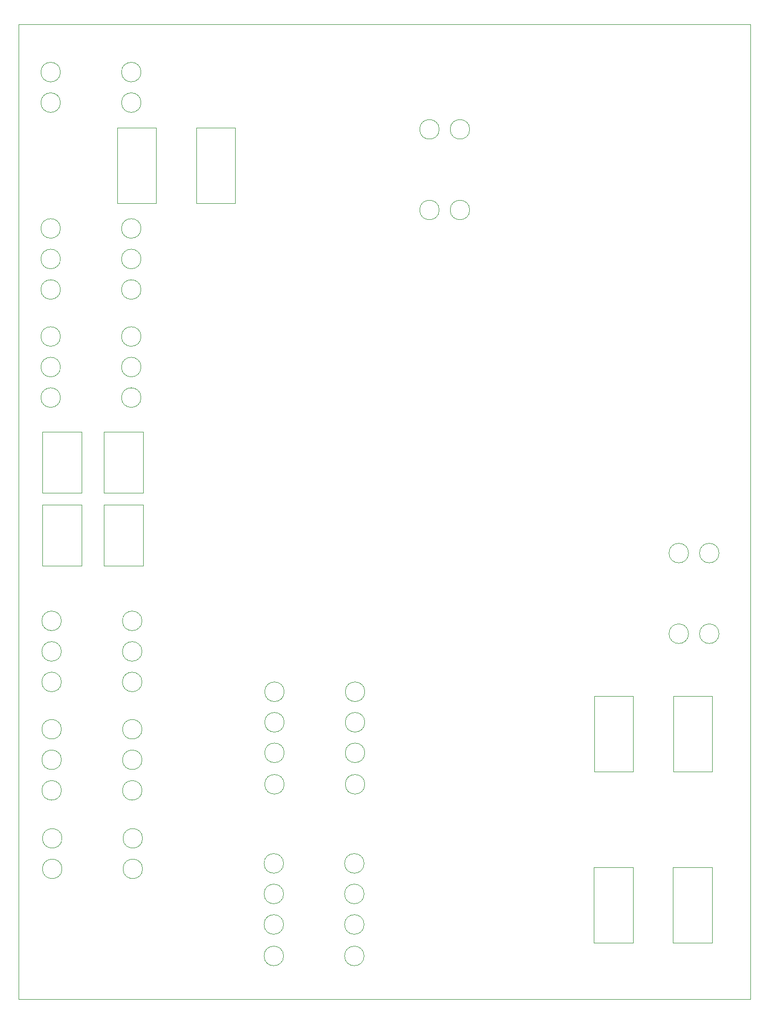
<source format=gbr>
%TF.GenerationSoftware,KiCad,Pcbnew,7.0.7-7.0.7~ubuntu22.04.1*%
%TF.CreationDate,2023-09-29T08:45:34-06:00*%
%TF.ProjectId,stepper_microscope_stage,73746570-7065-4725-9f6d-6963726f7363,9*%
%TF.SameCoordinates,Original*%
%TF.FileFunction,Profile,NP*%
%FSLAX46Y46*%
G04 Gerber Fmt 4.6, Leading zero omitted, Abs format (unit mm)*
G04 Created by KiCad (PCBNEW 7.0.7-7.0.7~ubuntu22.04.1) date 2023-09-29 08:45:34*
%MOMM*%
%LPD*%
G01*
G04 APERTURE LIST*
%TA.AperFunction,Profile*%
%ADD10C,0.100000*%
%TD*%
G04 APERTURE END LIST*
D10*
X39650000Y-15150000D02*
X159550000Y-15150000D01*
X159550000Y-174750000D01*
X39650000Y-174750000D01*
X39650000Y-15150000D01*
X75150000Y-44445000D02*
X68750000Y-44445000D01*
X68750000Y-32045000D01*
X75150000Y-32045000D01*
X75150000Y-44445000D01*
X62200000Y-44445000D02*
X55800000Y-44445000D01*
X55800000Y-32045000D01*
X62200000Y-32045000D01*
X62200000Y-44445000D01*
X46500000Y-53550000D02*
G75*
G03*
X46500000Y-53550000I-1600000J0D01*
G01*
X46650816Y-117795000D02*
G75*
G03*
X46650816Y-117795000I-1600000J0D01*
G01*
X53650000Y-93800000D02*
X60050000Y-93800000D01*
X60050000Y-103800000D01*
X53650000Y-103800000D01*
X53650000Y-93800000D01*
X96360000Y-129400000D02*
G75*
G03*
X96360000Y-129400000I-1600000J0D01*
G01*
X46750816Y-148395000D02*
G75*
G03*
X46750816Y-148395000I-1600000J0D01*
G01*
X59860816Y-135540000D02*
G75*
G03*
X59860816Y-135540000I-1600000J0D01*
G01*
X43550000Y-81850000D02*
X49950000Y-81850000D01*
X49950000Y-91850000D01*
X43550000Y-91850000D01*
X43550000Y-81850000D01*
X46660816Y-135540000D02*
G75*
G03*
X46660816Y-135540000I-1600000J0D01*
G01*
X46500000Y-76245000D02*
G75*
G03*
X46500000Y-76245000I-1600000J0D01*
G01*
X59850816Y-122795000D02*
G75*
G03*
X59850816Y-122795000I-1600000J0D01*
G01*
X96250000Y-167650000D02*
G75*
G03*
X96250000Y-167650000I-1600000J0D01*
G01*
X46650816Y-112795000D02*
G75*
G03*
X46650816Y-112795000I-1600000J0D01*
G01*
X46660816Y-130540000D02*
G75*
G03*
X46660816Y-130540000I-1600000J0D01*
G01*
X46500000Y-58550000D02*
G75*
G03*
X46500000Y-58550000I-1600000J0D01*
G01*
X108550000Y-32327856D02*
G75*
G03*
X108550000Y-32327856I-1600000J0D01*
G01*
X59700000Y-76245000D02*
G75*
G03*
X59700000Y-76245000I-1600000J0D01*
G01*
X59950816Y-153395000D02*
G75*
G03*
X59950816Y-153395000I-1600000J0D01*
G01*
X59700000Y-58550000D02*
G75*
G03*
X59700000Y-58550000I-1600000J0D01*
G01*
X59950816Y-148395000D02*
G75*
G03*
X59950816Y-148395000I-1600000J0D01*
G01*
X59850816Y-117795000D02*
G75*
G03*
X59850816Y-117795000I-1600000J0D01*
G01*
X59860816Y-130540000D02*
G75*
G03*
X59860816Y-130540000I-1600000J0D01*
G01*
X96250000Y-157500000D02*
G75*
G03*
X96250000Y-157500000I-1600000J0D01*
G01*
X83050000Y-152500000D02*
G75*
G03*
X83050000Y-152500000I-1600000J0D01*
G01*
X83050000Y-157500000D02*
G75*
G03*
X83050000Y-157500000I-1600000J0D01*
G01*
X83050000Y-167650000D02*
G75*
G03*
X83050000Y-167650000I-1600000J0D01*
G01*
X146900000Y-125100000D02*
X153300000Y-125100000D01*
X153300000Y-137500000D01*
X146900000Y-137500000D01*
X146900000Y-125100000D01*
X46500000Y-48550000D02*
G75*
G03*
X46500000Y-48550000I-1600000J0D01*
G01*
X46500000Y-66245000D02*
G75*
G03*
X46500000Y-66245000I-1600000J0D01*
G01*
X46500000Y-71245000D02*
G75*
G03*
X46500000Y-71245000I-1600000J0D01*
G01*
X59700000Y-53550000D02*
G75*
G03*
X59700000Y-53550000I-1600000J0D01*
G01*
X154400000Y-114897144D02*
G75*
G03*
X154400000Y-114897144I-1600000J0D01*
G01*
X83160000Y-134400000D02*
G75*
G03*
X83160000Y-134400000I-1600000J0D01*
G01*
X96250000Y-152500000D02*
G75*
G03*
X96250000Y-152500000I-1600000J0D01*
G01*
X53650000Y-81850000D02*
X60050000Y-81850000D01*
X60050000Y-91850000D01*
X53650000Y-91850000D01*
X53650000Y-81850000D01*
X133950000Y-125100000D02*
X140350000Y-125100000D01*
X140350000Y-137500000D01*
X133950000Y-137500000D01*
X133950000Y-125100000D01*
X154400000Y-101697144D02*
G75*
G03*
X154400000Y-101697144I-1600000J0D01*
G01*
X59700000Y-71245000D02*
G75*
G03*
X59700000Y-71245000I-1600000J0D01*
G01*
X46660816Y-140540000D02*
G75*
G03*
X46660816Y-140540000I-1600000J0D01*
G01*
X149400000Y-101697144D02*
G75*
G03*
X149400000Y-101697144I-1600000J0D01*
G01*
X113550000Y-45527856D02*
G75*
G03*
X113550000Y-45527856I-1600000J0D01*
G01*
X108550000Y-45527856D02*
G75*
G03*
X108550000Y-45527856I-1600000J0D01*
G01*
X59700000Y-66245000D02*
G75*
G03*
X59700000Y-66245000I-1600000J0D01*
G01*
X83050000Y-162500000D02*
G75*
G03*
X83050000Y-162500000I-1600000J0D01*
G01*
X146840000Y-153110000D02*
X153240000Y-153110000D01*
X153240000Y-165510000D01*
X146840000Y-165510000D01*
X146840000Y-153110000D01*
X96360000Y-134400000D02*
G75*
G03*
X96360000Y-134400000I-1600000J0D01*
G01*
X46500000Y-22952856D02*
G75*
G03*
X46500000Y-22952856I-1600000J0D01*
G01*
X46650816Y-122795000D02*
G75*
G03*
X46650816Y-122795000I-1600000J0D01*
G01*
X96250000Y-162500000D02*
G75*
G03*
X96250000Y-162500000I-1600000J0D01*
G01*
X149400000Y-114897144D02*
G75*
G03*
X149400000Y-114897144I-1600000J0D01*
G01*
X59850816Y-112795000D02*
G75*
G03*
X59850816Y-112795000I-1600000J0D01*
G01*
X96360000Y-124400000D02*
G75*
G03*
X96360000Y-124400000I-1600000J0D01*
G01*
X43550000Y-93800000D02*
X49950000Y-93800000D01*
X49950000Y-103800000D01*
X43550000Y-103800000D01*
X43550000Y-93800000D01*
X46750816Y-153395000D02*
G75*
G03*
X46750816Y-153395000I-1600000J0D01*
G01*
X96360000Y-139550000D02*
G75*
G03*
X96360000Y-139550000I-1600000J0D01*
G01*
X59700000Y-48550000D02*
G75*
G03*
X59700000Y-48550000I-1600000J0D01*
G01*
X133890000Y-153110000D02*
X140290000Y-153110000D01*
X140290000Y-165510000D01*
X133890000Y-165510000D01*
X133890000Y-153110000D01*
X46500000Y-27952856D02*
G75*
G03*
X46500000Y-27952856I-1600000J0D01*
G01*
X59860816Y-140540000D02*
G75*
G03*
X59860816Y-140540000I-1600000J0D01*
G01*
X83160000Y-124400000D02*
G75*
G03*
X83160000Y-124400000I-1600000J0D01*
G01*
X113550000Y-32327856D02*
G75*
G03*
X113550000Y-32327856I-1600000J0D01*
G01*
X59700000Y-22952856D02*
G75*
G03*
X59700000Y-22952856I-1600000J0D01*
G01*
X83160000Y-129400000D02*
G75*
G03*
X83160000Y-129400000I-1600000J0D01*
G01*
X59700000Y-27952856D02*
G75*
G03*
X59700000Y-27952856I-1600000J0D01*
G01*
X83160000Y-139550000D02*
G75*
G03*
X83160000Y-139550000I-1600000J0D01*
G01*
M02*

</source>
